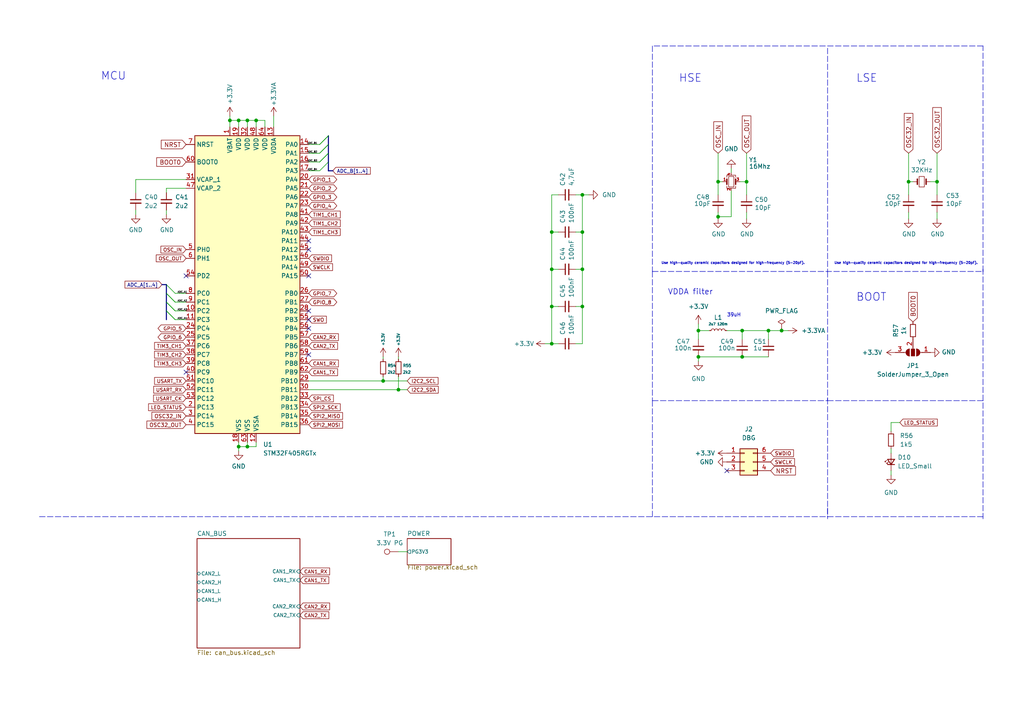
<source format=kicad_sch>
(kicad_sch (version 20211123) (generator eeschema)
  (paper "A4")
  (lib_symbols
    (symbol "Connector:TestPoint" (pin_numbers hide) (pin_names (offset 0.762) hide)
      (property "Reference" "TP" (at 0 6.858 0))
      (property "Value" "TestPoint" (at 0 5.08 0))
      (symbol "TestPoint_0_1"
        (circle (center 0 3.302) (radius 0.762))
      )
      (symbol "TestPoint_1_1"
        (pin passive line (at 0 0 90) (length 2.54) (name "1") (number "1"))
      )
    )
    (symbol "Connector_Generic:Conn_02x03_Counter_Clockwise" (pin_names (offset 1.016) hide)
      (property "Reference" "J" (at 1.27 5.08 0))
      (property "Value" "Conn_02x03_Counter_Clockwise" (at 1.27 -5.08 0))
      (symbol "Conn_02x03_Counter_Clockwise_1_1"
        (rectangle (start -1.27 -2.413) (end 0 -2.667) (stroke (width 0.1524)))
        (rectangle (start -1.27 0.127) (end 0 -0.127) (stroke (width 0.1524)))
        (rectangle (start -1.27 2.667) (end 0 2.413) (stroke (width 0.1524)))
        (rectangle (start -1.27 3.81) (end 3.81 -3.81) (stroke (width 0.254)) (fill (type background)))
        (rectangle (start 3.81 -2.413) (end 2.54 -2.667) (stroke (width 0.1524)))
        (rectangle (start 3.81 0.127) (end 2.54 -0.127) (stroke (width 0.1524)))
        (rectangle (start 3.81 2.667) (end 2.54 2.413) (stroke (width 0.1524)))
        (pin passive line (at -5.08 2.54 0) (length 3.81) (name "Pin_1") (number "1"))
        (pin passive line (at -5.08 0 0) (length 3.81) (name "Pin_2") (number "2"))
        (pin passive line (at -5.08 -2.54 0) (length 3.81) (name "Pin_3") (number "3"))
        (pin passive line (at 7.62 -2.54 180) (length 3.81) (name "Pin_4") (number "4"))
        (pin passive line (at 7.62 0 180) (length 3.81) (name "Pin_5") (number "5"))
        (pin passive line (at 7.62 2.54 180) (length 3.81) (name "Pin_6") (number "6"))
      )
    )
    (symbol "Device:C_Small" (pin_numbers hide) (pin_names (offset 0.254) hide)
      (property "Reference" "C" (at 0.254 1.778 0))
      (property "Value" "C_Small" (at 0.254 -2.032 0))
      (symbol "C_Small_0_1"
        (polyline (pts (xy -1.524 -0.508) (xy 1.524 -0.508)) (stroke (width 0.3302)))
        (polyline (pts (xy -1.524 0.508) (xy 1.524 0.508)) (stroke (width 0.3048)))
      )
      (symbol "C_Small_1_1"
        (pin passive line (at 0 2.54 270) (length 2.032) (name "~") (number "1"))
        (pin passive line (at 0 -2.54 90) (length 2.032) (name "~") (number "2"))
      )
    )
    (symbol "Device:Crystal_GND24_Small" (pin_names (offset 1.016) hide)
      (property "Reference" "Y" (at 1.27 4.445 0))
      (property "Value" "Crystal_GND24_Small" (at 1.27 2.54 0))
      (symbol "Crystal_GND24_Small_0_1"
        (rectangle (start -0.762 -1.524) (end 0.762 1.524))
        (polyline (pts (xy -1.27 -0.762) (xy -1.27 0.762)) (stroke (width 0.381)))
        (polyline (pts (xy 1.27 -0.762) (xy 1.27 0.762)) (stroke (width 0.381)))
        (polyline (pts (xy -1.27 -1.27) (xy -1.27 -1.905) (xy 1.27 -1.905) (xy 1.27 -1.27)))
        (polyline (pts (xy -1.27 1.27) (xy -1.27 1.905) (xy 1.27 1.905) (xy 1.27 1.27)))
      )
      (symbol "Crystal_GND24_Small_1_1"
        (pin passive line (at -2.54 0 0) (length 1.27) (name "1") (number "1"))
        (pin passive line (at 0 -2.54 90) (length 0.635) (name "2") (number "2"))
        (pin passive line (at 2.54 0 180) (length 1.27) (name "3") (number "3"))
        (pin passive line (at 0 2.54 270) (length 0.635) (name "4") (number "4"))
      )
    )
    (symbol "Device:Crystal_Small" (pin_numbers hide) (pin_names (offset 1.016) hide)
      (property "Reference" "Y" (at 0 2.54 0))
      (property "Value" "Crystal_Small" (at 0 -2.54 0))
      (symbol "Crystal_Small_0_1"
        (rectangle (start -0.762 -1.524) (end 0.762 1.524))
        (polyline (pts (xy -1.27 -0.762) (xy -1.27 0.762)) (stroke (width 0.381)))
        (polyline (pts (xy 1.27 -0.762) (xy 1.27 0.762)) (stroke (width 0.381)))
      )
      (symbol "Crystal_Small_1_1"
        (pin passive line (at -2.54 0 0) (length 1.27) (name "1") (number "1"))
        (pin passive line (at 2.54 0 180) (length 1.27) (name "2") (number "2"))
      )
    )
    (symbol "Device:LED_Small" (pin_numbers hide) (pin_names (offset 0.254) hide)
      (property "Reference" "D" (at -1.27 3.175 0))
      (property "Value" "LED_Small" (at -4.445 -2.54 0))
      (symbol "LED_Small_0_1"
        (polyline (pts (xy -0.762 -1.016) (xy -0.762 1.016)) (stroke (width 0.254)))
        (polyline (pts (xy 1.016 0) (xy -0.762 0)))
        (polyline (pts (xy 0.762 -1.016) (xy -0.762 0) (xy 0.762 1.016) (xy 0.762 -1.016)) (stroke (width 0.254)))
        (polyline (pts (xy 0 0.762) (xy -0.508 1.27) (xy -0.254 1.27) (xy -0.508 1.27) (xy -0.508 1.016)))
        (polyline (pts (xy 0.508 1.27) (xy 0 1.778) (xy 0.254 1.778) (xy 0 1.778) (xy 0 1.524)))
      )
      (symbol "LED_Small_1_1"
        (pin passive line (at -2.54 0 0) (length 1.778) (name "K") (number "1"))
        (pin passive line (at 2.54 0 180) (length 1.778) (name "A") (number "2"))
      )
    )
    (symbol "Device:L_Small" (pin_numbers hide) (pin_names (offset 0.254) hide)
      (property "Reference" "L" (at 0.762 1.016 0))
      (property "Value" "L_Small" (at 0.762 -1.016 0))
      (symbol "L_Small_0_1"
        (arc (start 0 -2.032) (mid 0.508 -1.524) (end 0 -1.016))
        (arc (start 0 -1.016) (mid 0.508 -0.508) (end 0 0))
        (arc (start 0 0) (mid 0.508 0.508) (end 0 1.016))
        (arc (start 0 1.016) (mid 0.508 1.524) (end 0 2.032))
      )
      (symbol "L_Small_1_1"
        (pin passive line (at 0 2.54 270) (length 0.508) (name "~") (number "1"))
        (pin passive line (at 0 -2.54 90) (length 0.508) (name "~") (number "2"))
      )
    )
    (symbol "Device:R_Small" (pin_numbers hide) (pin_names (offset 0.254) hide)
      (property "Reference" "R" (at 0.762 0.508 0))
      (property "Value" "R_Small" (at 0.762 -1.016 0))
      (symbol "R_Small_0_1"
        (rectangle (start -0.762 1.778) (end 0.762 -1.778) (stroke (width 0.2032)))
      )
      (symbol "R_Small_1_1"
        (pin passive line (at 0 2.54 270) (length 0.762) (name "~") (number "1"))
        (pin passive line (at 0 -2.54 90) (length 0.762) (name "~") (number "2"))
      )
    )
    (symbol "Jumper:SolderJumper_3_Open" (pin_names (offset 0) hide)
      (property "Reference" "JP" (at -2.54 -2.54 0))
      (property "Value" "SolderJumper_3_Open" (at 0 2.794 0))
      (symbol "SolderJumper_3_Open_0_1"
        (arc (start -1.016 1.016) (mid -2.032 0) (end -1.016 -1.016))
        (arc (start -1.016 1.016) (mid -2.032 0) (end -1.016 -1.016) (fill (type outline)))
        (rectangle (start -0.508 1.016) (end 0.508 -1.016) (fill (type outline)))
        (polyline (pts (xy -2.54 0) (xy -2.032 0)))
        (polyline (pts (xy -1.016 1.016) (xy -1.016 -1.016)))
        (polyline (pts (xy 0 -1.27) (xy 0 -1.016)))
        (polyline (pts (xy 1.016 1.016) (xy 1.016 -1.016)))
        (polyline (pts (xy 2.54 0) (xy 2.032 0)))
        (arc (start 1.016 -1.016) (mid 2.032 0) (end 1.016 1.016))
        (arc (start 1.016 -1.016) (mid 2.032 0) (end 1.016 1.016) (fill (type outline)))
      )
      (symbol "SolderJumper_3_Open_1_1"
        (pin passive line (at -5.08 0 0) (length 2.54) (name "A") (number "1"))
        (pin passive line (at 0 -3.81 90) (length 2.54) (name "C") (number "2"))
        (pin passive line (at 5.08 0 180) (length 2.54) (name "B") (number "3"))
      )
    )
    (symbol "MCU_ST_STM32F4:STM32F405RGTx"
      (property "Reference" "U" (at -15.24 44.45 0))
      (property "Value" "STM32F405RGTx" (at 10.16 44.45 0))
      (symbol "STM32F405RGTx_0_1"
        (rectangle (start -15.24 -43.18) (end 15.24 43.18) (stroke (width 0.254)) (fill (type background)))
      )
      (symbol "STM32F405RGTx_1_1"
        (pin power_in line (at -5.08 45.72 270) (length 2.54) (name "VBAT") (number "1"))
        (pin bidirectional line (at -17.78 -7.62 0) (length 2.54) (name "PC2") (number "10"))
        (pin bidirectional line (at -17.78 -10.16 0) (length 2.54) (name "PC3") (number "11"))
        (pin power_in line (at 2.54 -45.72 90) (length 2.54) (name "VSSA") (number "12"))
        (pin power_in line (at 7.62 45.72 270) (length 2.54) (name "VDDA") (number "13"))
        (pin bidirectional line (at 17.78 40.64 180) (length 2.54) (name "PA0") (number "14"))
        (pin bidirectional line (at 17.78 38.1 180) (length 2.54) (name "PA1") (number "15"))
        (pin bidirectional line (at 17.78 35.56 180) (length 2.54) (name "PA2") (number "16"))
        (pin bidirectional line (at 17.78 33.02 180) (length 2.54) (name "PA3") (number "17"))
        (pin power_in line (at -2.54 -45.72 90) (length 2.54) (name "VSS") (number "18"))
        (pin power_in line (at -2.54 45.72 270) (length 2.54) (name "VDD") (number "19"))
        (pin bidirectional line (at -17.78 -35.56 0) (length 2.54) (name "PC13") (number "2"))
        (pin bidirectional line (at 17.78 30.48 180) (length 2.54) (name "PA4") (number "20"))
        (pin bidirectional line (at 17.78 27.94 180) (length 2.54) (name "PA5") (number "21"))
        (pin bidirectional line (at 17.78 25.4 180) (length 2.54) (name "PA6") (number "22"))
        (pin bidirectional line (at 17.78 22.86 180) (length 2.54) (name "PA7") (number "23"))
        (pin bidirectional line (at -17.78 -12.7 0) (length 2.54) (name "PC4") (number "24"))
        (pin bidirectional line (at -17.78 -15.24 0) (length 2.54) (name "PC5") (number "25"))
        (pin bidirectional line (at 17.78 -2.54 180) (length 2.54) (name "PB0") (number "26"))
        (pin bidirectional line (at 17.78 -5.08 180) (length 2.54) (name "PB1") (number "27"))
        (pin bidirectional line (at 17.78 -7.62 180) (length 2.54) (name "PB2") (number "28"))
        (pin bidirectional line (at 17.78 -27.94 180) (length 2.54) (name "PB10") (number "29"))
        (pin bidirectional line (at -17.78 -38.1 0) (length 2.54) (name "PC14") (number "3"))
        (pin bidirectional line (at 17.78 -30.48 180) (length 2.54) (name "PB11") (number "30"))
        (pin power_in line (at -17.78 30.48 0) (length 2.54) (name "VCAP_1") (number "31"))
        (pin power_in line (at 0 45.72 270) (length 2.54) (name "VDD") (number "32"))
        (pin bidirectional line (at 17.78 -33.02 180) (length 2.54) (name "PB12") (number "33"))
        (pin bidirectional line (at 17.78 -35.56 180) (length 2.54) (name "PB13") (number "34"))
        (pin bidirectional line (at 17.78 -38.1 180) (length 2.54) (name "PB14") (number "35"))
        (pin bidirectional line (at 17.78 -40.64 180) (length 2.54) (name "PB15") (number "36"))
        (pin bidirectional line (at -17.78 -17.78 0) (length 2.54) (name "PC6") (number "37"))
        (pin bidirectional line (at -17.78 -20.32 0) (length 2.54) (name "PC7") (number "38"))
        (pin bidirectional line (at -17.78 -22.86 0) (length 2.54) (name "PC8") (number "39"))
        (pin bidirectional line (at -17.78 -40.64 0) (length 2.54) (name "PC15") (number "4"))
        (pin bidirectional line (at -17.78 -25.4 0) (length 2.54) (name "PC9") (number "40"))
        (pin bidirectional line (at 17.78 20.32 180) (length 2.54) (name "PA8") (number "41"))
        (pin bidirectional line (at 17.78 17.78 180) (length 2.54) (name "PA9") (number "42"))
        (pin bidirectional line (at 17.78 15.24 180) (length 2.54) (name "PA10") (number "43"))
        (pin bidirectional line (at 17.78 12.7 180) (length 2.54) (name "PA11") (number "44"))
        (pin bidirectional line (at 17.78 10.16 180) (length 2.54) (name "PA12") (number "45"))
        (pin bidirectional line (at 17.78 7.62 180) (length 2.54) (name "PA13") (number "46"))
        (pin power_in line (at -17.78 27.94 0) (length 2.54) (name "VCAP_2") (number "47"))
        (pin power_in line (at 2.54 45.72 270) (length 2.54) (name "VDD") (number "48"))
        (pin bidirectional line (at 17.78 5.08 180) (length 2.54) (name "PA14") (number "49"))
        (pin input line (at -17.78 10.16 0) (length 2.54) (name "PH0") (number "5"))
        (pin bidirectional line (at 17.78 2.54 180) (length 2.54) (name "PA15") (number "50"))
        (pin bidirectional line (at -17.78 -27.94 0) (length 2.54) (name "PC10") (number "51"))
        (pin bidirectional line (at -17.78 -30.48 0) (length 2.54) (name "PC11") (number "52"))
        (pin bidirectional line (at -17.78 -33.02 0) (length 2.54) (name "PC12") (number "53"))
        (pin bidirectional line (at -17.78 2.54 0) (length 2.54) (name "PD2") (number "54"))
        (pin bidirectional line (at 17.78 -10.16 180) (length 2.54) (name "PB3") (number "55"))
        (pin bidirectional line (at 17.78 -12.7 180) (length 2.54) (name "PB4") (number "56"))
        (pin bidirectional line (at 17.78 -15.24 180) (length 2.54) (name "PB5") (number "57"))
        (pin bidirectional line (at 17.78 -17.78 180) (length 2.54) (name "PB6") (number "58"))
        (pin bidirectional line (at 17.78 -20.32 180) (length 2.54) (name "PB7") (number "59"))
        (pin input line (at -17.78 7.62 0) (length 2.54) (name "PH1") (number "6"))
        (pin input line (at -17.78 35.56 0) (length 2.54) (name "BOOT0") (number "60"))
        (pin bidirectional line (at 17.78 -22.86 180) (length 2.54) (name "PB8") (number "61"))
        (pin bidirectional line (at 17.78 -25.4 180) (length 2.54) (name "PB9") (number "62"))
        (pin power_in line (at 0 -45.72 90) (length 2.54) (name "VSS") (number "63"))
        (pin power_in line (at 5.08 45.72 270) (length 2.54) (name "VDD") (number "64"))
        (pin input line (at -17.78 40.64 0) (length 2.54) (name "NRST") (number "7"))
        (pin bidirectional line (at -17.78 -2.54 0) (length 2.54) (name "PC0") (number "8"))
        (pin bidirectional line (at -17.78 -5.08 0) (length 2.54) (name "PC1") (number "9"))
      )
    )
    (symbol "power:+3.3V" (power) (pin_names (offset 0))
      (property "Value" "+3.3V" (at 0 3.556 0))
      (symbol "+3.3V_0_1"
        (polyline (pts (xy -0.762 1.27) (xy 0 2.54)))
        (polyline (pts (xy 0 0) (xy 0 2.54)))
        (polyline (pts (xy 0 2.54) (xy 0.762 1.27)))
      )
      (symbol "+3.3V_1_1"
        (pin power_in line (at 0 0 90) (length 0) hide (name "+3.3V") (number "1"))
      )
    )
    (symbol "power:+3.3VA" (power) (pin_names (offset 0))
      (property "Value" "+3.3VA" (at 0 3.556 0))
      (symbol "+3.3VA_0_1"
        (polyline (pts (xy -0.762 1.27) (xy 0 2.54)))
        (polyline (pts (xy 0 0) (xy 0 2.54)))
        (polyline (pts (xy 0 2.54) (xy 0.762 1.27)))
      )
      (symbol "+3.3VA_1_1"
        (pin power_in line (at 0 0 90) (length 0) hide (name "+3.3VA") (number "1"))
      )
    )
    (symbol "power:GND" (power) (pin_names (offset 0))
      (property "Value" "GND" (at 0 -3.81 0))
      (symbol "GND_0_1"
        (polyline (pts (xy 0 0) (xy 0 -1.27) (xy 1.27 -1.27) (xy 0 -2.54) (xy -1.27 -1.27) (xy 0 -1.27)))
      )
      (symbol "GND_1_1"
        (pin power_in line (at 0 0 270) (length 0) hide (name "GND") (number "1"))
      )
    )
    (symbol "power:PWR_FLAG" (power) (pin_numbers hide) (pin_names (offset 0) hide)
      (property "Value" "PWR_FLAG" (at 0 3.81 0))
      (symbol "PWR_FLAG_0_0"
        (pin power_out line (at 0 0 90) (length 0) (name "pwr") (number "1"))
      )
      (symbol "PWR_FLAG_0_1"
        (polyline (pts (xy 0 0) (xy 0 1.27) (xy -1.016 1.905) (xy 0 2.54) (xy 1.016 1.905) (xy 0 1.27)))
      )
    )
  )
  (junction (at 69.215 129.54))
  (junction (at 215.265 103.505))
  (junction (at 215.265 95.885))
  (junction (at 71.755 34.925))
  (junction (at 66.675 34.925))
  (junction (at 208.28 62.865))
  (junction (at 74.295 34.925))
  (junction (at 168.91 78.105))
  (junction (at 271.78 52.705))
  (junction (at 226.695 95.885))
  (junction (at 168.91 56.515))
  (junction (at 263.525 52.705))
  (junction (at 160.02 78.105))
  (junction (at 160.02 88.9))
  (junction (at 111.125 110.49))
  (junction (at 160.02 99.695))
  (junction (at 208.28 52.705))
  (junction (at 69.215 34.925))
  (junction (at 115.57 113.03))
  (junction (at 216.535 52.705))
  (junction (at 202.565 103.505))
  (junction (at 222.885 95.885))
  (junction (at 160.02 67.31))
  (junction (at 71.755 129.54))
  (junction (at 202.565 95.885))
  (junction (at 168.91 88.9))
  (junction (at 168.91 67.31))
  (no_connect (at 210.82 136.525))
  (no_connect (at 89.535 92.71))
  (no_connect (at 89.535 90.17))
  (no_connect (at 89.535 102.87))
  (no_connect (at 53.975 107.95))
  (no_connect (at 89.535 69.85))
  (no_connect (at 89.535 72.39))
  (no_connect (at 53.975 80.01))
  (no_connect (at 89.535 95.25))
  (no_connect (at 89.535 80.01))
  (bus_entry (at 95.25 46.99) (size -2.54 2.54))
  (bus_entry (at 48.26 82.55) (size 2.54 2.54))
  (bus_entry (at 95.25 44.45) (size -2.54 2.54))
  (bus_entry (at 48.26 85.09) (size 2.54 2.54))
  (bus_entry (at 48.26 87.63) (size 2.54 2.54))
  (bus_entry (at 95.25 39.37) (size -2.54 2.54))
  (bus_entry (at 95.25 41.91) (size -2.54 2.54))
  (bus_entry (at 95.25 44.45) (size -2.54 2.54))
  (bus_entry (at 95.25 41.91) (size -2.54 2.54))
  (bus_entry (at 48.26 90.17) (size 2.54 2.54))
  (bus_entry (at 48.26 87.63) (size 2.54 2.54))
  (bus_entry (at 48.26 90.17) (size 2.54 2.54))
  (bus_entry (at 95.25 39.37) (size -2.54 2.54))
  (bus_entry (at 48.26 85.09) (size 2.54 2.54))
  (bus (pts (xy 48.26 85.09) (xy 48.26 87.63)))
  (wire (pts (xy 208.28 61.595) (xy 208.28 62.865)))
  (polyline (pts (xy 240.03 147.32) (xy 240.03 150.495)))
  (polyline (pts (xy 240.03 13.97) (xy 240.03 78.74)))
  (polyline (pts (xy 189.23 116.205) (xy 240.03 116.205)))
  (wire (pts (xy 111.125 109.22) (xy 111.125 110.49)))
  (wire (pts (xy 89.535 113.03) (xy 115.57 113.03)))
  (wire (pts (xy 92.71 46.99) (xy 89.535 46.99)))
  (wire (pts (xy 160.02 67.31) (xy 161.925 67.31)))
  (wire (pts (xy 167.005 99.695) (xy 168.91 99.695)))
  (wire (pts (xy 161.925 56.515) (xy 160.02 56.515)))
  (wire (pts (xy 216.535 52.705) (xy 216.535 56.515)))
  (wire (pts (xy 208.28 62.865) (xy 208.28 63.5)))
  (bus (pts (xy 46.99 82.55) (xy 48.26 82.55)))
  (wire (pts (xy 168.91 88.9) (xy 167.005 88.9)))
  (polyline (pts (xy 189.23 78.74) (xy 285.115 78.74)))
  (wire (pts (xy 258.445 130.175) (xy 258.445 131.445)))
  (bus (pts (xy 48.26 82.55) (xy 48.26 85.09)))
  (wire (pts (xy 215.265 95.885) (xy 222.885 95.885)))
  (polyline (pts (xy 189.23 78.74) (xy 189.23 116.205)))
  (wire (pts (xy 212.09 48.895) (xy 212.09 50.165)))
  (wire (pts (xy 160.02 88.9) (xy 160.02 99.695)))
  (wire (pts (xy 74.295 34.925) (xy 76.835 34.925)))
  (wire (pts (xy 160.02 78.105) (xy 161.925 78.105)))
  (wire (pts (xy 69.215 34.925) (xy 69.215 36.83)))
  (wire (pts (xy 69.215 34.925) (xy 66.675 34.925)))
  (wire (pts (xy 66.675 33.655) (xy 66.675 34.925)))
  (wire (pts (xy 258.445 122.555) (xy 258.445 125.095)))
  (wire (pts (xy 214.63 52.705) (xy 216.535 52.705)))
  (wire (pts (xy 69.215 129.54) (xy 69.215 128.27)))
  (wire (pts (xy 168.91 78.105) (xy 167.005 78.105)))
  (bus (pts (xy 48.26 87.63) (xy 48.26 90.17)))
  (polyline (pts (xy 240.03 78.74) (xy 240.03 116.205)))
  (wire (pts (xy 222.885 95.885) (xy 226.695 95.885)))
  (wire (pts (xy 269.875 52.705) (xy 271.78 52.705)))
  (wire (pts (xy 158.115 99.695) (xy 160.02 99.695)))
  (wire (pts (xy 263.525 52.705) (xy 263.525 44.45)))
  (wire (pts (xy 71.755 34.925) (xy 69.215 34.925)))
  (wire (pts (xy 76.835 36.83) (xy 76.835 34.925)))
  (wire (pts (xy 115.57 103.505) (xy 115.57 104.14)))
  (wire (pts (xy 48.26 54.61) (xy 48.26 55.88)))
  (wire (pts (xy 92.71 41.91) (xy 89.535 41.91)))
  (wire (pts (xy 271.78 52.705) (xy 271.78 56.515)))
  (wire (pts (xy 168.91 67.31) (xy 167.005 67.31)))
  (wire (pts (xy 168.91 56.515) (xy 167.005 56.515)))
  (wire (pts (xy 48.26 60.96) (xy 48.26 62.23)))
  (wire (pts (xy 160.02 88.9) (xy 161.925 88.9)))
  (wire (pts (xy 160.02 99.695) (xy 161.925 99.695)))
  (wire (pts (xy 202.565 93.98) (xy 202.565 95.885)))
  (wire (pts (xy 74.295 36.83) (xy 74.295 34.925)))
  (polyline (pts (xy 285.115 78.105) (xy 285.115 78.74)))
  (wire (pts (xy 168.91 88.9) (xy 168.91 78.105)))
  (wire (pts (xy 50.8 87.63) (xy 53.975 87.63)))
  (wire (pts (xy 168.91 56.515) (xy 170.815 56.515)))
  (bus (pts (xy 48.26 90.17) (xy 48.26 92.71)))
  (wire (pts (xy 71.755 34.925) (xy 71.755 36.83)))
  (wire (pts (xy 92.71 44.45) (xy 89.535 44.45)))
  (bus (pts (xy 95.25 46.99) (xy 95.25 44.45)))
  (polyline (pts (xy 240.03 115.57) (xy 240.03 149.86)))
  (wire (pts (xy 115.57 160.02) (xy 118.11 160.02)))
  (wire (pts (xy 263.525 52.705) (xy 263.525 56.515)))
  (wire (pts (xy 202.565 98.425) (xy 202.565 95.885)))
  (wire (pts (xy 160.02 67.31) (xy 160.02 78.105)))
  (wire (pts (xy 208.28 52.705) (xy 208.28 56.515)))
  (polyline (pts (xy 285.115 13.335) (xy 189.23 13.335)))
  (wire (pts (xy 50.8 92.71) (xy 53.975 92.71)))
  (polyline (pts (xy 285.115 150.495) (xy 285.115 116.205)))
  (wire (pts (xy 160.02 56.515) (xy 160.02 67.31)))
  (bus (pts (xy 95.25 41.91) (xy 95.25 39.37)))
  (wire (pts (xy 168.91 78.105) (xy 168.91 67.31)))
  (wire (pts (xy 50.8 85.09) (xy 53.975 85.09)))
  (wire (pts (xy 212.09 55.245) (xy 212.09 62.865)))
  (bus (pts (xy 95.25 44.45) (xy 95.25 41.91)))
  (wire (pts (xy 89.535 110.49) (xy 111.125 110.49)))
  (polyline (pts (xy 189.23 116.205) (xy 189.23 149.86)))
  (wire (pts (xy 216.535 44.45) (xy 216.535 52.705)))
  (wire (pts (xy 226.695 95.885) (xy 228.6 95.885)))
  (polyline (pts (xy 11.43 149.86) (xy 240.03 149.86)))
  (wire (pts (xy 71.755 128.27) (xy 71.755 129.54)))
  (wire (pts (xy 71.755 34.925) (xy 74.295 34.925)))
  (wire (pts (xy 69.215 129.54) (xy 69.215 130.81)))
  (wire (pts (xy 202.565 103.505) (xy 202.565 104.775)))
  (wire (pts (xy 168.91 67.31) (xy 168.91 56.515)))
  (wire (pts (xy 264.795 52.705) (xy 263.525 52.705)))
  (wire (pts (xy 202.565 103.505) (xy 215.265 103.505)))
  (wire (pts (xy 39.37 60.96) (xy 39.37 62.23)))
  (wire (pts (xy 168.91 99.695) (xy 168.91 88.9)))
  (wire (pts (xy 79.375 33.655) (xy 79.375 36.83)))
  (bus (pts (xy 96.52 49.53) (xy 95.25 49.53)))
  (wire (pts (xy 208.28 44.45) (xy 208.28 52.705)))
  (polyline (pts (xy 189.23 13.335) (xy 189.23 78.74)))
  (polyline (pts (xy 285.115 78.74) (xy 285.115 13.335)))
  (wire (pts (xy 209.55 52.705) (xy 208.28 52.705)))
  (wire (pts (xy 74.295 129.54) (xy 71.755 129.54)))
  (wire (pts (xy 115.57 113.03) (xy 118.11 113.03)))
  (wire (pts (xy 215.265 103.505) (xy 222.885 103.505)))
  (wire (pts (xy 271.78 61.595) (xy 271.78 63.5)))
  (wire (pts (xy 66.675 34.925) (xy 66.675 36.83)))
  (wire (pts (xy 215.265 95.885) (xy 215.265 98.425)))
  (wire (pts (xy 212.09 62.865) (xy 208.28 62.865)))
  (wire (pts (xy 160.02 78.105) (xy 160.02 88.9)))
  (wire (pts (xy 111.125 110.49) (xy 118.11 110.49)))
  (wire (pts (xy 50.8 90.17) (xy 53.975 90.17)))
  (wire (pts (xy 74.295 128.27) (xy 74.295 129.54)))
  (wire (pts (xy 39.37 55.88) (xy 39.37 52.07)))
  (wire (pts (xy 216.535 61.595) (xy 216.535 63.5)))
  (wire (pts (xy 226.695 95.25) (xy 226.695 95.885)))
  (bus (pts (xy 95.25 46.99) (xy 95.25 49.53)))
  (wire (pts (xy 202.565 95.885) (xy 205.74 95.885)))
  (wire (pts (xy 210.82 95.885) (xy 215.265 95.885)))
  (polyline (pts (xy 285.115 116.205) (xy 285.115 78.74)))
  (wire (pts (xy 111.125 103.505) (xy 111.125 104.14)))
  (polyline (pts (xy 240.03 116.205) (xy 285.115 116.205)))
  (wire (pts (xy 222.885 95.885) (xy 222.885 98.425)))
  (polyline (pts (xy 240.03 149.86) (xy 285.115 149.86)))
  (wire (pts (xy 71.755 129.54) (xy 69.215 129.54)))
  (wire (pts (xy 48.26 54.61) (xy 53.975 54.61)))
  (wire (pts (xy 260.985 122.555) (xy 258.445 122.555)))
  (wire (pts (xy 39.37 52.07) (xy 53.975 52.07)))
  (wire (pts (xy 92.71 49.53) (xy 89.535 49.53)))
  (wire (pts (xy 115.57 109.22) (xy 115.57 113.03)))
  (wire (pts (xy 263.525 61.595) (xy 263.525 63.5)))
  (wire (pts (xy 271.78 52.705) (xy 271.78 44.45)))
  (wire (pts (xy 258.445 136.525) (xy 258.445 137.795)))
  (text "MCU" (at 29.21 23.495 0) (effects (font (size 2.2606 2.2606)) (justify left bottom)))
  (text "BOOT" (at 248.285 87.63 0) (effects (font (size 2.2606 2.2606)) (justify left bottom)))
  (text "HSE" (at 196.85 24.13 0) (effects (font (size 2.2606 2.2606)) (justify left bottom)))
  (text "Use high-quality ceramic capacitors designed for high-frequency (5-20pF)." (at 241.935 76.835 0) (effects (font (size 0.7 0.7)) (justify left bottom)))
  (text "39uH" (at 210.82 92.075 0) (effects (font (size 1.016 1.016)) (justify left bottom)))
  (text "Use high-quality ceramic capacitors designed for high-frequency (5-20pF)." (at 191.77 76.835 0) (effects (font (size 0.7 0.7)) (justify left bottom)))
  (text "VDDA filter\n" (at 193.675 85.725 0) (effects (font (size 1.6 1.6)) (justify left bottom)))
  (text "LSE" (at 248.285 24.13 0) (effects (font (size 2.2606 2.2606)) (justify left bottom)))
  (label "ADC_B2" (at 92.075 44.45 180) (effects (font (size 0.5 0.5))))
  (label "ADC_A2" (at 51.435 87.63 0) (effects (font (size 0.5 0.5))))
  (label "ADC_A3" (at 51.435 90.17 0) (effects (font (size 0.5 0.5))))
  (label "ADC_B1" (at 92.075 41.91 180) (effects (font (size 0.5 0.5))))
  (label "ADC_B3" (at 92.075 46.99 180) (effects (font (size 0.5 0.5))))
  (label "ADC_A1" (at 51.435 85.09 0) (effects (font (size 0.5 0.5))))
  (label "ADC_B4" (at 92.075 49.53 180) (effects (font (size 0.5 0.5))))
  (label "ADC_A4" (at 51.435 92.71 0) (effects (font (size 0.5 0.5))))
  (global_label "NRST" (shape input) (at 223.52 136.525 0) (property "Intersheet References" "${INTERSHEET_REFS}" (effects hide)))
  (global_label "USART_RX" (shape input) (at 53.975 113.03 180) (effects (font (size 1.016 1.016))) (property "Intersheet References" "${INTERSHEET_REFS}" (effects hide)))
  (global_label "ADC_B[1..4]" (shape input) (at 96.52 49.53 0) (effects (font (size 1.016 1.016))) (property "Intersheet References" "${INTERSHEET_REFS}" (effects hide)))
  (global_label "BOOT0" (shape input) (at 264.795 93.345 90) (property "Intersheet References" "${INTERSHEET_REFS}" (effects hide)))
  (global_label "ADC_A[1..4]" (shape input) (at 46.99 82.55 180) (effects (font (size 1.016 1.016))) (property "Intersheet References" "${INTERSHEET_REFS}" (effects hide)))
  (global_label "I2C2_SCL" (shape input) (at 118.11 110.49 0) (effects (font (size 1.016 1.016))) (property "Intersheet References" "${INTERSHEET_REFS}" (effects hide)))
  (global_label "OSC32_OUT" (shape input) (at 53.975 123.19 180) (effects (font (size 1.09 1.09))) (property "Intersheet References" "${INTERSHEET_REFS}" (effects hide)))
  (global_label "CAN1_TX" (shape input) (at 86.995 168.275 0) (effects (font (size 1.016 1.016))) (property "Intersheet References" "${INTERSHEET_REFS}" (effects hide)))
  (global_label "OSC_IN" (shape input) (at 53.975 72.39 180) (effects (font (size 1.016 1.016))) (property "Intersheet References" "${INTERSHEET_REFS}" (effects hide)))
  (global_label "CAN1_RX" (shape input) (at 89.535 105.41 0) (effects (font (size 1.016 1.016))) (property "Intersheet References" "${INTERSHEET_REFS}" (effects hide)))
  (global_label "SPI_CS" (shape input) (at 89.535 115.57 0) (effects (font (size 1.016 1.016))) (property "Intersheet References" "${INTERSHEET_REFS}" (effects hide)))
  (global_label "CAN1_TX" (shape input) (at 89.535 107.95 0) (effects (font (size 1.016 1.016))) (property "Intersheet References" "${INTERSHEET_REFS}" (effects hide)))
  (global_label "SPI2_MISO" (shape input) (at 89.535 120.65 0) (effects (font (size 1.016 1.016))) (property "Intersheet References" "${INTERSHEET_REFS}" (effects hide)))
  (global_label "OSC_OUT" (shape input) (at 53.975 74.93 180) (effects (font (size 1.016 1.016))) (property "Intersheet References" "${INTERSHEET_REFS}" (effects hide)))
  (global_label "GPIO_6" (shape bidirectional) (at 53.975 97.79 180) (effects (font (size 1.016 1.016))) (property "Intersheet References" "${INTERSHEET_REFS}" (effects hide)))
  (global_label "NRST" (shape input) (at 53.975 41.91 180) (property "Intersheet References" "${INTERSHEET_REFS}" (effects hide)))
  (global_label "SWCLK" (shape input) (at 89.535 77.47 0) (effects (font (size 1.016 1.016))) (property "Intersheet References" "${INTERSHEET_REFS}" (effects hide)))
  (global_label "BOOT0" (shape input) (at 53.975 46.99 180) (property "Intersheet References" "${INTERSHEET_REFS}" (effects hide)))
  (global_label "SPI2_SCK" (shape input) (at 89.535 118.11 0) (effects (font (size 1.016 1.016))) (property "Intersheet References" "${INTERSHEET_REFS}" (effects hide)))
  (global_label "SWCLK" (shape input) (at 223.52 133.985 0) (effects (font (size 1.016 1.016))) (property "Intersheet References" "${INTERSHEET_REFS}" (effects hide)))
  (global_label "SPI2_MOSI" (shape input) (at 89.535 123.19 0) (effects (font (size 1.016 1.016))) (property "Intersheet References" "${INTERSHEET_REFS}" (effects hide)))
  (global_label "CAN2_RX" (shape input) (at 86.995 175.895 0) (effects (font (size 1.016 1.016))) (property "Intersheet References" "${INTERSHEET_REFS}" (effects hide)))
  (global_label "GPIO_7" (shape bidirectional) (at 89.535 85.09 0) (effects (font (size 1.016 1.016))) (property "Intersheet References" "${INTERSHEET_REFS}" (effects hide)))
  (global_label "CAN2_TX" (shape input) (at 86.995 178.435 0) (effects (font (size 1.016 1.016))) (property "Intersheet References" "${INTERSHEET_REFS}" (effects hide)))
  (global_label "TIM3_CH3" (shape input) (at 53.975 105.41 180) (effects (font (size 1.016 1.016))) (property "Intersheet References" "${INTERSHEET_REFS}" (effects hide)))
  (global_label "GPIO_5" (shape bidirectional) (at 53.975 95.25 180) (effects (font (size 1.016 1.016))) (property "Intersheet References" "${INTERSHEET_REFS}" (effects hide)))
  (global_label "LED_STATUS" (shape input) (at 260.985 122.555 0) (effects (font (size 1.016 1.016))) (property "Intersheet References" "${INTERSHEET_REFS}" (effects hide)))
  (global_label "USART_CK" (shape input) (at 53.975 115.57 180) (effects (font (size 1.016 1.016))) (property "Intersheet References" "${INTERSHEET_REFS}" (effects hide)))
  (global_label "GPIO_1" (shape bidirectional) (at 89.535 52.07 0) (effects (font (size 1.016 1.016))) (property "Intersheet References" "${INTERSHEET_REFS}" (effects hide)))
  (global_label "CAN2_RX" (shape input) (at 89.535 97.79 0) (effects (font (size 1.016 1.016))) (property "Intersheet References" "${INTERSHEET_REFS}" (effects hide)))
  (global_label "OSC32_IN" (shape input) (at 53.975 120.65 180) (effects (font (size 1.09 1.09))) (property "Intersheet References" "${INTERSHEET_REFS}" (effects hide)))
  (global_label "GPIO_4" (shape bidirectional) (at 89.535 59.69 0) (effects (font (size 1.016 1.016))) (property "Intersheet References" "${INTERSHEET_REFS}" (effects hide)))
  (global_label "USART_TX" (shape input) (at 53.975 110.49 180) (effects (font (size 1.016 1.016))) (property "Intersheet References" "${INTERSHEET_REFS}" (effects hide)))
  (global_label "I2C2_SDA" (shape input) (at 118.11 113.03 0) (effects (font (size 1.016 1.016))) (property "Intersheet References" "${INTERSHEET_REFS}" (effects hide)))
  (global_label "OSC32_IN" (shape input) (at 263.525 44.45 90) (property "Intersheet References" "${INTERSHEET_REFS}" (effects hide)))
  (global_label "OSC_IN" (shape input) (at 208.28 44.45 90) (property "Intersheet References" "${INTERSHEET_REFS}" (effects hide)))
  (global_label "SWDIO" (shape input) (at 89.535 74.93 0) (effects (font (size 1.016 1.016))) (property "Intersheet References" "${INTERSHEET_REFS}" (effects hide)))
  (global_label "SWDIO" (shape input) (at 223.52 131.445 0) (effects (font (size 1.016 1.016))) (property "Intersheet References" "${INTERSHEET_REFS}" (effects hide)))
  (global_label "OSC_OUT" (shape input) (at 216.535 44.45 90) (property "Intersheet References" "${INTERSHEET_REFS}" (effects hide)))
  (global_label "TIM3_CH2" (shape input) (at 53.975 102.87 180) (effects (font (size 1.016 1.016))) (property "Intersheet References" "${INTERSHEET_REFS}" (effects hide)))
  (global_label "TIM1_CH1" (shape input) (at 89.535 62.23 0) (effects (font (size 1.016 1.016))) (property "Intersheet References" "${INTERSHEET_REFS}" (effects hide)))
  (global_label "TIM1_CH2" (shape input) (at 89.535 64.77 0) (effects (font (size 1.016 1.016))) (property "Intersheet References" "${INTERSHEET_REFS}" (effects hide)))
  (global_label "TIM1_CH3" (shape input) (at 89.535 67.31 0) (effects (font (size 1.016 1.016))) (property "Intersheet References" "${INTERSHEET_REFS}" (effects hide)))
  (global_label "CAN2_TX" (shape input) (at 89.535 100.33 0) (effects (font (size 1.016 1.016))) (property "Intersheet References" "${INTERSHEET_REFS}" (effects hide)))
  (global_label "GPIO_2" (shape bidirectional) (at 89.535 54.61 0) (effects (font (size 1.016 1.016))) (property "Intersheet References" "${INTERSHEET_REFS}" (effects hide)))
  (global_label "OSC32_OUT" (shape input) (at 271.78 44.45 90) (property "Intersheet References" "${INTERSHEET_REFS}" (effects hide)))
  (global_label "GPIO_3" (shape bidirectional) (at 89.535 57.15 0) (effects (font (size 1.016 1.016))) (property "Intersheet References" "${INTERSHEET_REFS}" (effects hide)))
  (global_label "TIM3_CH1" (shape input) (at 53.975 100.33 180) (effects (font (size 1.016 1.016))) (property "Intersheet References" "${INTERSHEET_REFS}" (effects hide)))
  (global_label "SWO" (shape input) (at 89.535 92.71 0) (effects (font (size 1.016 1.016))) (property "Intersheet References" "${INTERSHEET_REFS}" (effects hide)))
  (global_label "LED_STATUS" (shape input) (at 53.975 118.11 180) (effects (font (size 1.016 1.016))) (property "Intersheet References" "${INTERSHEET_REFS}" (effects hide)))
  (global_label "CAN1_RX" (shape input) (at 86.995 165.735 0) (effects (font (size 1.016 1.016))) (property "Intersheet References" "${INTERSHEET_REFS}" (effects hide)))
  (global_label "GPIO_8" (shape bidirectional) (at 89.535 87.63 0) (effects (font (size 1.016 1.016))) (property "Intersheet References" "${INTERSHEET_REFS}" (effects hide)))
  (symbol (lib_id "Device:C_Small") (at 39.37 58.42 0) (unit 1)
    (property "Reference" "C40" (at 41.91 57.1562 0) (effects (justify left)))
    (property "Value" "2u2" (at 41.91 59.6962 0) (effects (justify left)))
    (property "Footprint" "Capacitor_SMD:C_0402_1005Metric_Pad0.74x0.62mm_HandSolder" (effects hide))
  )
  (symbol (lib_id "Device:C_Small") (at 164.465 56.515 90) (unit 1)
    (property "Reference" "C42" (at 163.2012 53.975 0) (effects (justify left)))
    (property "Value" "4,7uF" (at 165.7412 53.975 0) (effects (justify left)))
    (property "Footprint" "Capacitor_SMD:C_0603_1608Metric" (effects hide))
  )
  (symbol (lib_id "power:GND") (at 212.09 48.895 180) (unit 1)
    (property "Reference" "#PWR016" (effects hide))
    (property "Value" "GND" (at 212.09 43.18 0))
  )
  (symbol (lib_id "power:+3.3V") (at 259.715 102.235 90) (unit 1)
    (property "Reference" "#PWR020" (effects hide))
    (property "Value" "+3.3V" (at 255.905 102.2349 90) (effects (justify left)))
  )
  (symbol (lib_id "Device:C_Small") (at 222.885 100.965 0) (unit 1)
    (property "Reference" "C51" (at 218.44 99.06 0) (effects (justify left)))
    (property "Value" "1u" (at 218.44 100.965 0) (effects (justify left)))
    (property "Footprint" "Capacitor_SMD:C_0402_1005Metric_Pad0.74x0.62mm_HandSolder" (effects hide))
  )
  (symbol (lib_id "power:+3.3V") (at 202.565 93.98 0) (unit 1)
    (property "Reference" "#PWR011" (effects hide))
    (property "Value" "+3.3V" (at 202.565 88.9 0))
  )
  (symbol (lib_id "power:+3.3V") (at 210.82 131.445 90) (mirror x) (unit 1)
    (property "Reference" "#PWR014" (effects hide))
    (property "Value" "+3.3V" (at 204.47 131.445 90))
  )
  (symbol (lib_id "power:GND") (at 170.815 56.515 90) (unit 1)
    (property "Reference" "#PWR010" (effects hide))
    (property "Value" "GND" (at 174.625 56.5149 90) (effects (justify right)))
  )
  (symbol (lib_id "power:+3.3V") (at 111.125 103.505 0) (unit 1)
    (property "Reference" "#PWR07" (effects hide))
    (property "Value" "+3.3V" (at 111.125 98.425 90) (effects (font (size 0.8 0.8))))
  )
  (symbol (lib_id "power:+3.3VA") (at 79.375 33.655 0) (unit 1)
    (property "Reference" "#PWR06" (effects hide))
    (property "Value" "+3.3VA" (at 79.375 27.305 90))
  )
  (symbol (lib_id "Device:R_Small") (at 258.445 127.635 0) (unit 1)
    (property "Reference" "R56" (at 260.985 126.3649 0) (effects (justify left)))
    (property "Value" "1k5" (at 260.985 128.9049 0) (effects (justify left)))
    (property "Footprint" "Resistor_SMD:R_0402_1005Metric_Pad0.72x0.64mm_HandSolder" (effects hide))
  )
  (symbol (lib_id "Connector_Generic:Conn_02x03_Counter_Clockwise") (at 215.9 133.985 0) (unit 1)
    (property "Reference" "J2" (at 217.17 124.46 0))
    (property "Value" "DBG" (at 217.17 127 0))
    (property "Footprint" "Connector_PinHeader_1.27mm:PinHeader_2x03_P1.27mm_Vertical" (effects hide))
  )
  (symbol (lib_id "Device:C_Small") (at 164.465 88.9 90) (unit 1)
    (property "Reference" "C45" (at 163.2012 86.36 0) (effects (justify left)))
    (property "Value" "100nF" (at 165.7412 86.36 0) (effects (justify left)))
    (property "Footprint" "Capacitor_SMD:C_0402_1005Metric_Pad0.74x0.62mm_HandSolder" (effects hide))
  )
  (symbol (lib_id "power:GND") (at 39.37 62.23 0) (mirror y) (unit 1)
    (property "Reference" "#PWR01" (effects hide))
    (property "Value" "GND" (at 39.37 66.675 0))
  )
  (symbol (lib_id "Device:C_Small") (at 216.535 59.055 0) (unit 1)
    (property "Reference" "C50" (at 218.8718 57.8866 0) (effects (justify left)))
    (property "Value" "10pF" (at 218.8718 60.198 0) (effects (justify left)))
    (property "Footprint" "Capacitor_SMD:C_0402_1005Metric_Pad0.74x0.62mm_HandSolder" (effects hide))
  )
  (symbol (lib_id "Device:C_Small") (at 164.465 78.105 90) (unit 1)
    (property "Reference" "C44" (at 163.2012 75.565 0) (effects (justify left)))
    (property "Value" "100nF" (at 165.7412 75.565 0) (effects (justify left)))
    (property "Footprint" "Capacitor_SMD:C_0402_1005Metric_Pad0.74x0.62mm_HandSolder" (effects hide))
  )
  (symbol (lib_id "Device:C_Small") (at 208.28 59.055 0) (unit 1)
    (property "Reference" "C48" (at 201.93 57.15 0) (effects (justify left)))
    (property "Value" "10pF" (at 201.295 59.055 0) (effects (justify left)))
    (property "Footprint" "Capacitor_SMD:C_0402_1005Metric_Pad0.74x0.62mm_HandSolder" (effects hide))
  )
  (symbol (lib_id "power:PWR_FLAG") (at 226.695 95.25 0) (unit 1)
    (property "Reference" "#FLG03" (effects hide))
    (property "Value" "PWR_FLAG" (at 226.695 90.17 0))
  )
  (symbol (lib_id "Device:C_Small") (at 48.26 58.42 0) (unit 1)
    (property "Reference" "C41" (at 50.8 57.1562 0) (effects (justify left)))
    (property "Value" "2u2" (at 50.8 59.6962 0) (effects (justify left)))
    (property "Footprint" "Capacitor_SMD:C_0402_1005Metric_Pad0.74x0.62mm_HandSolder" (effects hide))
  )
  (symbol (lib_id "power:GND") (at 269.875 102.235 90) (unit 1)
    (property "Reference" "#PWR022" (effects hide))
    (property "Value" "GND" (at 273.1262 102.108 90) (effects (justify right)))
  )
  (symbol (lib_id "power:+3.3V") (at 115.57 103.505 0) (unit 1)
    (property "Reference" "#PWR08" (effects hide))
    (property "Value" "+3.3V" (at 115.57 100.33 90) (effects (font (size 0.8 0.8)) (justify left)))
  )
  (symbol (lib_id "power:GND") (at 210.82 133.985 270) (unit 1)
    (property "Reference" "#PWR015" (effects hide))
    (property "Value" "GND" (at 207.01 133.9849 90) (effects (justify right)))
  )
  (symbol (lib_id "Device:Crystal_Small") (at 267.335 52.705 0) (unit 1)
    (property "Reference" "Y2" (at 267.335 46.99 0))
    (property "Value" "32KHz" (at 267.335 49.3014 0))
    (property "Footprint" "Crystal:Crystal_SMD_3215-2Pin_3.2x1.5mm" (effects hide))
  )
  (symbol (lib_id "power:GND") (at 48.26 62.23 0) (unit 1)
    (property "Reference" "#PWR02" (effects hide))
    (property "Value" "GND" (at 46.355 66.675 0) (effects (justify left)))
  )
  (symbol (lib_id "Device:L_Small") (at 208.28 95.885 90) (unit 1)
    (property "Reference" "L1" (at 208.28 92.075 90))
    (property "Value" "2u7 120m" (at 208.28 93.98 90) (effects (font (size 0.7 0.7))))
    (property "Footprint" "Inductor_SMD:L_0402_1005Metric" (effects hide))
  )
  (symbol (lib_id "power:+3.3V") (at 158.115 99.695 90) (unit 1)
    (property "Reference" "#PWR09" (effects hide))
    (property "Value" "+3.3V" (at 154.94 99.6949 90) (effects (justify left)))
  )
  (symbol (lib_id "Device:LED_Small") (at 258.445 133.985 90) (unit 1)
    (property "Reference" "D10" (at 260.35 132.6514 90) (effects (justify right)))
    (property "Value" "LED_Small" (at 260.35 135.1914 90) (effects (justify right)))
    (property "Footprint" "LED_SMD:LED_0805_2012Metric" (effects hide))
  )
  (symbol (lib_id "power:GND") (at 208.28 63.5 0) (unit 1)
    (property "Reference" "#PWR013" (effects hide))
    (property "Value" "GND" (at 208.407 67.8942 0))
  )
  (symbol (lib_id "Connector:TestPoint") (at 115.57 160.02 90) (unit 1)
    (property "Reference" "TP1" (at 113.03 154.94 90))
    (property "Value" "3.3V PG" (at 113.03 157.48 90))
  )
  (symbol (lib_id "Device:Crystal_GND24_Small") (at 212.09 52.705 0) (unit 1)
    (property "Reference" "Y1" (at 218.44 46.355 0))
    (property "Value" "16Mhz" (at 220.345 48.26 0))
    (property "Footprint" "Crystal:Crystal_SMD_2016-4Pin_2.0x1.6mm" (effects hide))
  )
  (symbol (lib_id "power:GND") (at 216.535 63.5 0) (unit 1)
    (property "Reference" "#PWR017" (effects hide))
    (property "Value" "GND" (at 216.662 67.8942 0))
  )
  (symbol (lib_id "Device:R_Small") (at 264.795 95.885 0) (unit 1)
    (property "Reference" "R57" (at 259.8166 95.885 90))
    (property "Value" "1k" (at 262.128 95.885 90))
    (property "Footprint" "Resistor_SMD:R_0402_1005Metric_Pad0.72x0.64mm_HandSolder" (effects hide))
  )
  (symbol (lib_id "Jumper:SolderJumper_3_Open") (at 264.795 102.235 180) (unit 1)
    (property "Reference" "JP1" (at 264.795 106.045 0))
    (property "Value" "SolderJumper_3_Open" (at 264.795 108.585 0))
    (property "Footprint" "Jumper:SolderJumper-3_P1.3mm_Open_RoundedPad1.0x1.5mm" (effects hide))
  )
  (symbol (lib_id "Device:C_Small") (at 164.465 67.31 90) (unit 1)
    (property "Reference" "C43" (at 163.2012 64.77 0) (effects (justify left)))
    (property "Value" "100nF" (at 165.7412 64.77 0) (effects (justify left)))
    (property "Footprint" "Capacitor_SMD:C_0402_1005Metric_Pad0.74x0.62mm_HandSolder" (effects hide))
  )
  (symbol (lib_id "power:+3.3V") (at 66.675 33.655 0) (mirror y) (unit 1)
    (property "Reference" "#PWR04" (effects hide))
    (property "Value" "+3.3V" (at 66.675 27.305 90))
  )
  (symbol (lib_id "power:GND") (at 271.78 63.5 0) (unit 1)
    (property "Reference" "#PWR023" (effects hide))
    (property "Value" "GND" (at 271.907 67.8942 0))
  )
  (symbol (lib_id "Device:C_Small") (at 271.78 59.055 0) (unit 1)
    (property "Reference" "C53" (at 274.32 56.7436 0) (effects (justify left)))
    (property "Value" "10pF" (at 274.32 59.055 0) (effects (justify left)))
    (property "Footprint" "Capacitor_SMD:C_0402_1005Metric_Pad0.74x0.62mm_HandSolder" (effects hide))
  )
  (symbol (lib_id "Device:C_Small") (at 202.565 100.965 0) (unit 1)
    (property "Reference" "C47" (at 196.215 99.06 0) (effects (justify left)))
    (property "Value" "100n" (at 195.58 100.965 0) (effects (justify left)))
    (property "Footprint" "Capacitor_SMD:C_0402_1005Metric_Pad0.74x0.62mm_HandSolder" (effects hide))
  )
  (symbol (lib_id "power:GND") (at 258.445 137.795 0) (unit 1)
    (property "Reference" "#PWR019" (effects hide))
    (property "Value" "GND" (at 258.445 142.875 0))
  )
  (symbol (lib_id "power:+3.3VA") (at 228.6 95.885 270) (unit 1)
    (property "Reference" "#PWR018" (effects hide))
    (property "Value" "+3.3VA" (at 232.41 95.8849 90) (effects (justify left)))
  )
  (symbol (lib_id "Device:C_Small") (at 164.465 99.695 90) (unit 1)
    (property "Reference" "C46" (at 163.2012 97.155 0) (effects (justify left)))
    (property "Value" "100nF" (at 165.7412 97.155 0) (effects (justify left)))
    (property "Footprint" "Capacitor_SMD:C_0402_1005Metric_Pad0.74x0.62mm_HandSolder" (effects hide))
  )
  (symbol (lib_id "MCU_ST_STM32F4:STM32F405RGTx") (at 71.755 82.55 0) (unit 1)
    (property "Reference" "U1" (at 76.3144 128.905 0) (effects (justify left)))
    (property "Value" "STM32F405RGTx" (at 76.3144 131.445 0) (effects (justify left)))
    (property "Footprint" "Package_QFP:LQFP-64_10x10mm_P0.5mm" (effects hide))
    (property "Datasheet" "http://www.st.com/st-web-ui/static/active/en/resource/technical/document/datasheet/DM00037051.pdf" (effects hide))
  )
  (symbol (lib_id "power:GND") (at 69.215 130.81 0) (unit 1)
    (property "Reference" "#PWR05" (effects hide))
    (property "Value" "GND" (at 69.215 135.255 0))
  )
  (symbol (lib_id "Device:C_Small") (at 215.265 100.965 0) (unit 1)
    (property "Reference" "C49" (at 208.915 99.06 0) (effects (justify left)))
    (property "Value" "100n" (at 208.28 100.965 0) (effects (justify left)))
    (property "Footprint" "Capacitor_SMD:C_0402_1005Metric_Pad0.74x0.62mm_HandSolder" (effects hide))
  )
  (symbol (lib_id "power:GND") (at 263.525 63.5 0) (unit 1)
    (property "Reference" "#PWR021" (effects hide))
    (property "Value" "GND" (at 263.652 67.8942 0))
  )
  (symbol (lib_id "Device:C_Small") (at 263.525 59.055 0) (unit 1)
    (property "Reference" "C52" (at 257.175 57.15 0) (effects (justify left)))
    (property "Value" "10pF" (at 256.54 59.055 0) (effects (justify left)))
    (property "Footprint" "Capacitor_SMD:C_0402_1005Metric_Pad0.74x0.62mm_HandSolder" (effects hide))
  )
  (symbol (lib_id "Device:R_Small") (at 111.125 106.68 0) (unit 1)
    (property "Reference" "R54" (at 112.395 106.045 0) (effects (font (size 0.8 0.8)) (justify left)))
    (property "Value" "2k2" (at 112.395 107.95 0) (effects (font (size 0.8 0.8)) (justify left)))
    (property "Footprint" "Resistor_SMD:R_0402_1005Metric_Pad0.72x0.64mm_HandSolder" (effects hide))
  )
  (symbol (lib_id "Device:R_Small") (at 115.57 106.68 0) (unit 1)
    (property "Reference" "R55" (at 116.84 106.045 0) (effects (font (size 0.8 0.8)) (justify left)))
    (property "Value" "2k2" (at 116.84 107.95 0) (effects (font (size 0.8 0.8)) (justify left)))
    (property "Footprint" "Resistor_SMD:R_0402_1005Metric_Pad0.72x0.64mm_HandSolder" (effects hide))
  )
  (symbol (lib_id "power:GND") (at 202.565 104.775 0) (unit 1)
    (property "Reference" "#PWR012" (effects hide))
    (property "Value" "GND" (at 202.565 109.855 0))
  )
  (sheet (at 57.15 156.21) (size 29.845 31.75) (stroke (width 0.1524))
    (property "Sheet name" "CAN_BUS" (at 57.15 155.4984 0) (effects (justify left bottom)))
    (property "Sheet file" "can_bus.kicad_sch" (at 57.15 188.5446 0) (effects (justify left top)))
    (pin "CAN1_L" bidirectional (at 57.15 171.45 180) (effects (font (size 1.016 1.016))))
    (pin "CAN1_H" bidirectional (at 57.15 173.99 180) (effects (font (size 1.016 1.016))))
    (pin "CAN1_TX" input (at 86.995 168.275 0) (effects (font (size 1.016 1.016))))
    (pin "CAN1_RX" input (at 86.995 165.735 0) (effects (font (size 1.016 1.016))))
    (pin "CAN2_L" bidirectional (at 57.15 166.37 180) (effects (font (size 1.016 1.016))))
    (pin "CAN2_H" bidirectional (at 57.15 168.91 180) (effects (font (size 1.016 1.016))))
    (pin "CAN2_TX" input (at 86.995 178.435 0) (effects (font (size 1.016 1.016))))
    (pin "CAN2_RX" input (at 86.995 175.895 0) (effects (font (size 1.016 1.016))))
  )
  (sheet (at 118.11 156.21) (size 12.7 7.62) (stroke (width 0.1524))
    (property "Sheet name" "POWER" (at 118.11 155.4984 0) (effects (justify left bottom)))
    (property "Sheet file" "power.kicad_sch" (at 118.11 163.7796 0) (effects (justify left top)))
    (pin "PG3V3" output (at 118.11 160.02 180) (effects (font (size 1.016 1.016))))
  )
)
</source>
